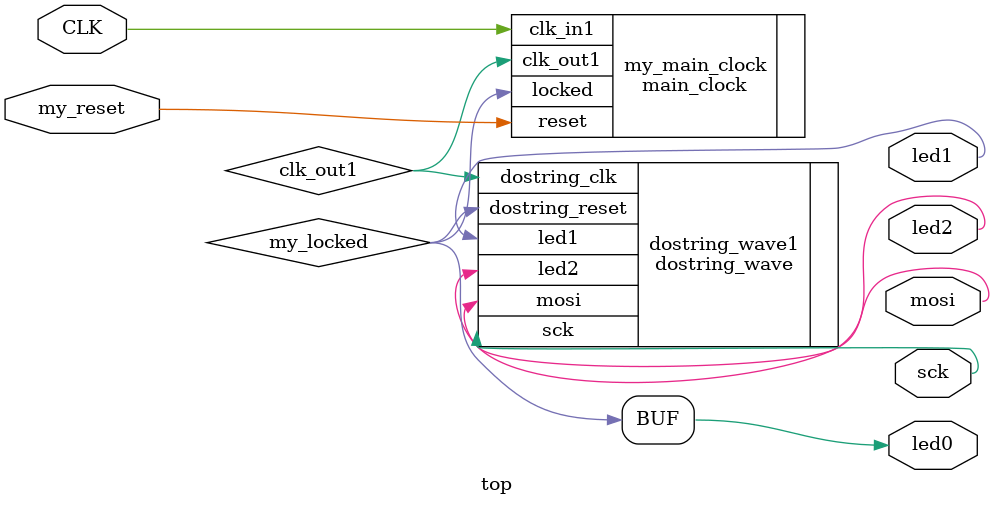
<source format=v>
module top (
  output wire led0,
  output wire led1,
  output wire led2,
  output wire mosi,
  output wire sck,
  input wire CLK,
  input wire my_reset
);

assign led0 = my_locked;

main_clock my_main_clock
  (
  // Clock out ports  
  .clk_out1(clk_out1),
  // Status and control signals               
  .reset(my_reset), 
  .locked(my_locked),
 // Clock in ports
  .clk_in1(CLK)
  );

dostring_wave dostring_wave1 (
  .led1(led1),
  .led2(led2),
  .mosi(mosi),
  .sck(sck),
  .dostring_reset(my_locked),
  .dostring_clk(clk_out1)
);
endmodule

</source>
